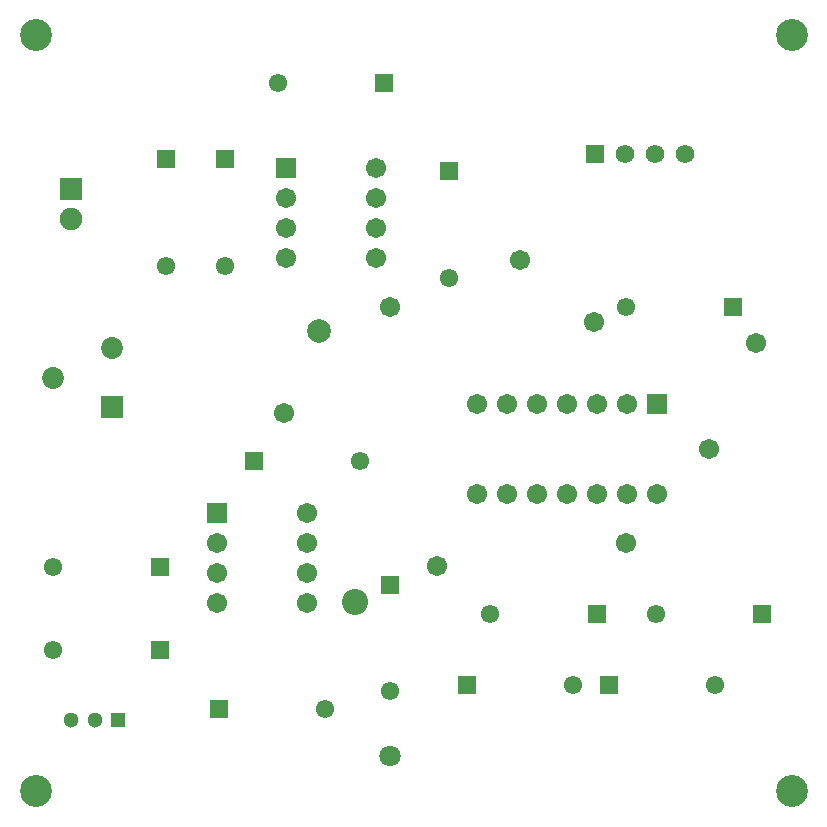
<source format=gts>
G04*
G04 #@! TF.GenerationSoftware,Altium Limited,Altium Designer,23.1.1 (15)*
G04*
G04 Layer_Color=8388736*
%FSLAX44Y44*%
%MOMM*%
G71*
G04*
G04 #@! TF.SameCoordinates,A873AAFA-6C65-4712-A0E8-E9F7B2878B64*
G04*
G04*
G04 #@! TF.FilePolarity,Negative*
G04*
G01*
G75*
%ADD15C,1.7032*%
%ADD16R,1.7032X1.7032*%
%ADD17R,1.7032X1.7032*%
%ADD18C,1.5532*%
%ADD19R,1.5532X1.5532*%
%ADD20C,1.5732*%
%ADD21R,1.5732X1.5732*%
%ADD22C,1.9032*%
%ADD23R,1.9032X1.9032*%
%ADD24R,1.5532X1.5532*%
%ADD25C,1.8532*%
%ADD26R,1.8532X1.8532*%
%ADD27C,1.8032*%
%ADD28R,1.3000X1.3000*%
%ADD29C,1.3000*%
%ADD30C,2.7032*%
%ADD31C,2.0032*%
%ADD32C,2.2032*%
D15*
X403800Y281900D02*
D03*
X429200D02*
D03*
X454600D02*
D03*
X480000D02*
D03*
X505400D02*
D03*
X530800D02*
D03*
X556200D02*
D03*
X403800Y358100D02*
D03*
X429200D02*
D03*
X454600D02*
D03*
X480000D02*
D03*
X505400D02*
D03*
X530800D02*
D03*
X260000Y189200D02*
D03*
Y214600D02*
D03*
Y240000D02*
D03*
Y265400D02*
D03*
X183800Y189200D02*
D03*
Y214600D02*
D03*
Y240000D02*
D03*
X318100Y481900D02*
D03*
Y507300D02*
D03*
Y532700D02*
D03*
Y558100D02*
D03*
X241900Y481900D02*
D03*
Y507300D02*
D03*
Y532700D02*
D03*
X330000Y440000D02*
D03*
X370000Y220500D02*
D03*
X440000Y480000D02*
D03*
X640000Y410000D02*
D03*
X600000Y320000D02*
D03*
X530000Y240000D02*
D03*
X503030Y426970D02*
D03*
X240000Y350000D02*
D03*
D16*
X556200Y358100D02*
D03*
D17*
X183800Y265400D02*
D03*
X241900Y558100D02*
D03*
D18*
X305000Y310000D02*
D03*
X605000Y120000D02*
D03*
X380000Y465000D02*
D03*
X530000Y440000D02*
D03*
X190000Y475000D02*
D03*
X275000Y100000D02*
D03*
X485000Y120000D02*
D03*
X330000Y115000D02*
D03*
X415000Y180000D02*
D03*
X235000Y630000D02*
D03*
X555000Y180000D02*
D03*
X140000Y475000D02*
D03*
X45000Y150000D02*
D03*
Y220000D02*
D03*
D19*
X215000Y310000D02*
D03*
X515000Y120000D02*
D03*
X620000Y440000D02*
D03*
X185000Y100000D02*
D03*
X395000Y120000D02*
D03*
X505000Y180000D02*
D03*
X325000Y630000D02*
D03*
X645000Y180000D02*
D03*
X135000Y150000D02*
D03*
Y220000D02*
D03*
D20*
X580000Y570000D02*
D03*
X554600D02*
D03*
X529200D02*
D03*
D21*
X503800D02*
D03*
D22*
X60000Y514600D02*
D03*
D23*
Y540000D02*
D03*
D24*
X380000Y555000D02*
D03*
X190000Y565000D02*
D03*
X330000Y205000D02*
D03*
X140000Y565000D02*
D03*
D25*
X95000Y405000D02*
D03*
X45000Y380000D02*
D03*
D26*
X95000Y355000D02*
D03*
D27*
X330000Y60000D02*
D03*
D28*
X100000Y90000D02*
D03*
D29*
X80000D02*
D03*
X60000D02*
D03*
D30*
X30000Y30000D02*
D03*
X670000D02*
D03*
Y670000D02*
D03*
X30000D02*
D03*
D31*
X270000Y420000D02*
D03*
D32*
X300000Y190000D02*
D03*
M02*

</source>
